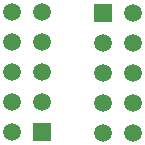
<source format=gtp>
G04 DipTrace 3.0.0.0*
G04 TopPaste.gtp*
%MOIN*%
G04 #@! TF.FileFunction,Paste,Top*
G04 #@! TF.Part,Single*
%ADD19C,0.058898*%
%ADD21R,0.058898X0.058898*%
%FSLAX26Y26*%
G04*
G70*
G90*
G75*
G01*
G04 TopPaste*
%LPD*%
D21*
X552283Y450709D3*
D19*
X452283D3*
X552283Y550709D3*
X452283D3*
X552283Y650709D3*
X452283D3*
X552283Y750709D3*
X452283D3*
X552283Y850709D3*
X452283D3*
D21*
X753071Y847165D3*
D19*
X853071D3*
X753071Y747165D3*
X853071D3*
X753071Y647165D3*
X853071D3*
X753071Y547165D3*
X853071D3*
X753071Y447165D3*
X853071D3*
M02*

</source>
